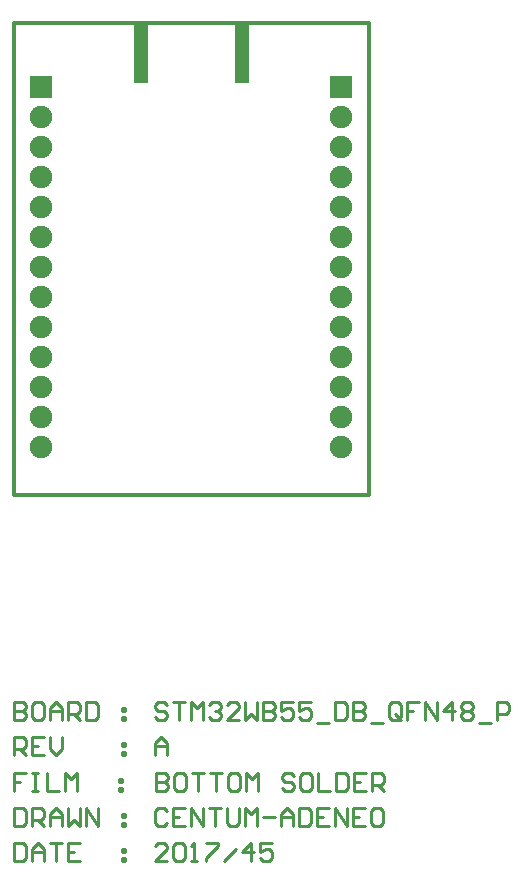
<source format=gbs>
G04 Layer_Color=16711935*
%FSLAX44Y44*%
%MOMM*%
G71*
G01*
G75*
%ADD28C,0.3000*%
%ADD30C,0.2540*%
%ADD47R,1.3000X5.0000*%
%ADD56C,1.9000*%
%ADD57R,1.9000X1.9000*%
D28*
X300000Y-0D02*
Y400000D01*
X0D02*
X300000D01*
X0Y-0D02*
Y400000D01*
Y-0D02*
X300000D01*
D30*
X120000Y-234765D02*
Y-250000D01*
X127618D01*
X130157Y-247461D01*
Y-244922D01*
X127618Y-242383D01*
X120000D01*
X127618D01*
X130157Y-239843D01*
Y-237304D01*
X127618Y-234765D01*
X120000D01*
X142853D02*
X137774D01*
X135235Y-237304D01*
Y-247461D01*
X137774Y-250000D01*
X142853D01*
X145392Y-247461D01*
Y-237304D01*
X142853Y-234765D01*
X150470D02*
X160627D01*
X155548D01*
Y-250000D01*
X165705Y-234765D02*
X175862D01*
X170784D01*
Y-250000D01*
X188558Y-234765D02*
X183479D01*
X180940Y-237304D01*
Y-247461D01*
X183479Y-250000D01*
X188558D01*
X191097Y-247461D01*
Y-237304D01*
X188558Y-234765D01*
X196175Y-250000D02*
Y-234765D01*
X201254Y-239843D01*
X206332Y-234765D01*
Y-250000D01*
X236802Y-237304D02*
X234263Y-234765D01*
X229185D01*
X226646Y-237304D01*
Y-239843D01*
X229185Y-242383D01*
X234263D01*
X236802Y-244922D01*
Y-247461D01*
X234263Y-250000D01*
X229185D01*
X226646Y-247461D01*
X249498Y-234765D02*
X244420D01*
X241881Y-237304D01*
Y-247461D01*
X244420Y-250000D01*
X249498D01*
X252037Y-247461D01*
Y-237304D01*
X249498Y-234765D01*
X257116D02*
Y-250000D01*
X267272D01*
X272351Y-234765D02*
Y-250000D01*
X279968D01*
X282507Y-247461D01*
Y-237304D01*
X279968Y-234765D01*
X272351D01*
X297743D02*
X287586D01*
Y-250000D01*
X297743D01*
X287586Y-242383D02*
X292664D01*
X302821Y-250000D02*
Y-234765D01*
X310438D01*
X312978Y-237304D01*
Y-242383D01*
X310438Y-244922D01*
X302821D01*
X307899D02*
X312978Y-250000D01*
X0Y-174765D02*
Y-190000D01*
X7617D01*
X10157Y-187461D01*
Y-184922D01*
X7617Y-182383D01*
X0D01*
X7617D01*
X10157Y-179843D01*
Y-177304D01*
X7617Y-174765D01*
X0D01*
X22853D02*
X17774D01*
X15235Y-177304D01*
Y-187461D01*
X17774Y-190000D01*
X22853D01*
X25392Y-187461D01*
Y-177304D01*
X22853Y-174765D01*
X30470Y-190000D02*
Y-179843D01*
X35549Y-174765D01*
X40627Y-179843D01*
Y-190000D01*
Y-182383D01*
X30470D01*
X45705Y-190000D02*
Y-174765D01*
X53323D01*
X55862Y-177304D01*
Y-182383D01*
X53323Y-184922D01*
X45705D01*
X50784D02*
X55862Y-190000D01*
X60940Y-174765D02*
Y-190000D01*
X68558D01*
X71097Y-187461D01*
Y-177304D01*
X68558Y-174765D01*
X60940D01*
X91410Y-179843D02*
X93950D01*
Y-182383D01*
X91410D01*
Y-179843D01*
Y-187461D02*
X93950D01*
Y-190000D01*
X91410D01*
Y-187461D01*
X129498Y-177304D02*
X126959Y-174765D01*
X121881D01*
X119341Y-177304D01*
Y-179843D01*
X121881Y-182383D01*
X126959D01*
X129498Y-184922D01*
Y-187461D01*
X126959Y-190000D01*
X121881D01*
X119341Y-187461D01*
X134577Y-174765D02*
X144733D01*
X139655D01*
Y-190000D01*
X149811D02*
Y-174765D01*
X154890Y-179843D01*
X159968Y-174765D01*
Y-190000D01*
X165047Y-177304D02*
X167586Y-174765D01*
X172664D01*
X175203Y-177304D01*
Y-179843D01*
X172664Y-182383D01*
X170125D01*
X172664D01*
X175203Y-184922D01*
Y-187461D01*
X172664Y-190000D01*
X167586D01*
X165047Y-187461D01*
X190438Y-190000D02*
X180282D01*
X190438Y-179843D01*
Y-177304D01*
X187899Y-174765D01*
X182821D01*
X180282Y-177304D01*
X195517Y-174765D02*
Y-190000D01*
X200595Y-184922D01*
X205674Y-190000D01*
Y-174765D01*
X210752D02*
Y-190000D01*
X218369D01*
X220909Y-187461D01*
Y-184922D01*
X218369Y-182383D01*
X210752D01*
X218369D01*
X220909Y-179843D01*
Y-177304D01*
X218369Y-174765D01*
X210752D01*
X236144D02*
X225987D01*
Y-182383D01*
X231065Y-179843D01*
X233604D01*
X236144Y-182383D01*
Y-187461D01*
X233604Y-190000D01*
X228526D01*
X225987Y-187461D01*
X251379Y-174765D02*
X241222D01*
Y-182383D01*
X246300Y-179843D01*
X248839D01*
X251379Y-182383D01*
Y-187461D01*
X248839Y-190000D01*
X243761D01*
X241222Y-187461D01*
X256457Y-192539D02*
X266614D01*
X271692Y-174765D02*
Y-190000D01*
X279310D01*
X281849Y-187461D01*
Y-177304D01*
X279310Y-174765D01*
X271692D01*
X286927D02*
Y-190000D01*
X294545D01*
X297084Y-187461D01*
Y-184922D01*
X294545Y-182383D01*
X286927D01*
X294545D01*
X297084Y-179843D01*
Y-177304D01*
X294545Y-174765D01*
X286927D01*
X302162Y-192539D02*
X312319D01*
X327554Y-187461D02*
Y-177304D01*
X325015Y-174765D01*
X319937D01*
X317397Y-177304D01*
Y-187461D01*
X319937Y-190000D01*
X325015D01*
X322476Y-184922D02*
X327554Y-190000D01*
X325015D02*
X327554Y-187461D01*
X342789Y-174765D02*
X332632D01*
Y-182383D01*
X337711D01*
X332632D01*
Y-190000D01*
X347868D02*
Y-174765D01*
X358024Y-190000D01*
Y-174765D01*
X370720Y-190000D02*
Y-174765D01*
X363103Y-182383D01*
X373259D01*
X378338Y-177304D02*
X380877Y-174765D01*
X385955D01*
X388494Y-177304D01*
Y-179843D01*
X385955Y-182383D01*
X388494Y-184922D01*
Y-187461D01*
X385955Y-190000D01*
X380877D01*
X378338Y-187461D01*
Y-184922D01*
X380877Y-182383D01*
X378338Y-179843D01*
Y-177304D01*
X380877Y-182383D02*
X385955D01*
X393573Y-192539D02*
X403729D01*
X408808Y-190000D02*
Y-174765D01*
X416425D01*
X418965Y-177304D01*
Y-182383D01*
X416425Y-184922D01*
X408808D01*
X0Y-220000D02*
Y-204765D01*
X7617D01*
X10157Y-207304D01*
Y-212383D01*
X7617Y-214922D01*
X0D01*
X5078D02*
X10157Y-220000D01*
X25392Y-204765D02*
X15235D01*
Y-220000D01*
X25392D01*
X15235Y-212383D02*
X20313D01*
X30470Y-204765D02*
Y-214922D01*
X35549Y-220000D01*
X40627Y-214922D01*
Y-204765D01*
X91410Y-209843D02*
X93950D01*
Y-212383D01*
X91410D01*
Y-209843D01*
Y-217461D02*
X93950D01*
Y-220000D01*
X91410D01*
Y-217461D01*
X119341Y-220000D02*
Y-209843D01*
X124420Y-204765D01*
X129498Y-209843D01*
Y-220000D01*
Y-212383D01*
X119341D01*
X10157Y-234765D02*
X0D01*
Y-242383D01*
X5078D01*
X0D01*
Y-250000D01*
X15235Y-234765D02*
X20313D01*
X17774D01*
Y-250000D01*
X15235D01*
X20313D01*
X27931Y-234765D02*
Y-250000D01*
X38088D01*
X43166D02*
Y-234765D01*
X48244Y-239843D01*
X53323Y-234765D01*
Y-250000D01*
X88871Y-239843D02*
X91410D01*
Y-242383D01*
X88871D01*
Y-239843D01*
Y-247461D02*
X91410D01*
Y-250000D01*
X88871D01*
Y-247461D01*
X0Y-264765D02*
Y-280000D01*
X7617D01*
X10157Y-277461D01*
Y-267304D01*
X7617Y-264765D01*
X0D01*
X15235Y-280000D02*
Y-264765D01*
X22853D01*
X25392Y-267304D01*
Y-272383D01*
X22853Y-274922D01*
X15235D01*
X20313D02*
X25392Y-280000D01*
X30470D02*
Y-269843D01*
X35549Y-264765D01*
X40627Y-269843D01*
Y-280000D01*
Y-272383D01*
X30470D01*
X45705Y-264765D02*
Y-280000D01*
X50784Y-274922D01*
X55862Y-280000D01*
Y-264765D01*
X60940Y-280000D02*
Y-264765D01*
X71097Y-280000D01*
Y-264765D01*
X91410Y-269843D02*
X93950D01*
Y-272383D01*
X91410D01*
Y-269843D01*
Y-277461D02*
X93950D01*
Y-280000D01*
X91410D01*
Y-277461D01*
X129498Y-267304D02*
X126959Y-264765D01*
X121881D01*
X119341Y-267304D01*
Y-277461D01*
X121881Y-280000D01*
X126959D01*
X129498Y-277461D01*
X144733Y-264765D02*
X134577D01*
Y-280000D01*
X144733D01*
X134577Y-272383D02*
X139655D01*
X149811Y-280000D02*
Y-264765D01*
X159968Y-280000D01*
Y-264765D01*
X165047D02*
X175203D01*
X170125D01*
Y-280000D01*
X180282Y-264765D02*
Y-277461D01*
X182821Y-280000D01*
X187899D01*
X190438Y-277461D01*
Y-264765D01*
X195517Y-280000D02*
Y-264765D01*
X200595Y-269843D01*
X205674Y-264765D01*
Y-280000D01*
X210752Y-272383D02*
X220909D01*
X225987Y-280000D02*
Y-269843D01*
X231065Y-264765D01*
X236144Y-269843D01*
Y-280000D01*
Y-272383D01*
X225987D01*
X241222Y-264765D02*
Y-280000D01*
X248839D01*
X251379Y-277461D01*
Y-267304D01*
X248839Y-264765D01*
X241222D01*
X266614D02*
X256457D01*
Y-280000D01*
X266614D01*
X256457Y-272383D02*
X261535D01*
X271692Y-280000D02*
Y-264765D01*
X281849Y-280000D01*
Y-264765D01*
X297084D02*
X286927D01*
Y-280000D01*
X297084D01*
X286927Y-272383D02*
X292006D01*
X309780Y-264765D02*
X304701D01*
X302162Y-267304D01*
Y-277461D01*
X304701Y-280000D01*
X309780D01*
X312319Y-277461D01*
Y-267304D01*
X309780Y-264765D01*
X0Y-294765D02*
Y-310000D01*
X7617D01*
X10157Y-307461D01*
Y-297304D01*
X7617Y-294765D01*
X0D01*
X15235Y-310000D02*
Y-299843D01*
X20313Y-294765D01*
X25392Y-299843D01*
Y-310000D01*
Y-302383D01*
X15235D01*
X30470Y-294765D02*
X40627D01*
X35549D01*
Y-310000D01*
X55862Y-294765D02*
X45705D01*
Y-310000D01*
X55862D01*
X45705Y-302383D02*
X50784D01*
X91410Y-299843D02*
X93950D01*
Y-302383D01*
X91410D01*
Y-299843D01*
Y-307461D02*
X93950D01*
Y-310000D01*
X91410D01*
Y-307461D01*
X129498Y-310000D02*
X119341D01*
X129498Y-299843D01*
Y-297304D01*
X126959Y-294765D01*
X121881D01*
X119341Y-297304D01*
X134577D02*
X137116Y-294765D01*
X142194D01*
X144733Y-297304D01*
Y-307461D01*
X142194Y-310000D01*
X137116D01*
X134577Y-307461D01*
Y-297304D01*
X149811Y-310000D02*
X154890D01*
X152351D01*
Y-294765D01*
X149811Y-297304D01*
X162507Y-294765D02*
X172664D01*
Y-297304D01*
X162507Y-307461D01*
Y-310000D01*
X177743D02*
X187899Y-299843D01*
X200595Y-310000D02*
Y-294765D01*
X192978Y-302383D01*
X203134D01*
X218369Y-294765D02*
X208213D01*
Y-302383D01*
X213291Y-299843D01*
X215830D01*
X218369Y-302383D01*
Y-307461D01*
X215830Y-310000D01*
X210752D01*
X208213Y-307461D01*
D47*
X107500Y373380D02*
D03*
X192500D02*
D03*
D56*
X277000Y244400D02*
D03*
Y320600D02*
D03*
Y295200D02*
D03*
Y269800D02*
D03*
Y219000D02*
D03*
Y193600D02*
D03*
Y168200D02*
D03*
Y142800D02*
D03*
Y117400D02*
D03*
Y92000D02*
D03*
Y66600D02*
D03*
Y41200D02*
D03*
X23000Y244400D02*
D03*
Y320600D02*
D03*
Y295200D02*
D03*
Y269800D02*
D03*
Y219000D02*
D03*
Y193600D02*
D03*
Y168200D02*
D03*
Y142800D02*
D03*
Y117400D02*
D03*
Y92000D02*
D03*
Y66600D02*
D03*
Y41200D02*
D03*
D57*
X277000Y346000D02*
D03*
X23000D02*
D03*
M02*

</source>
